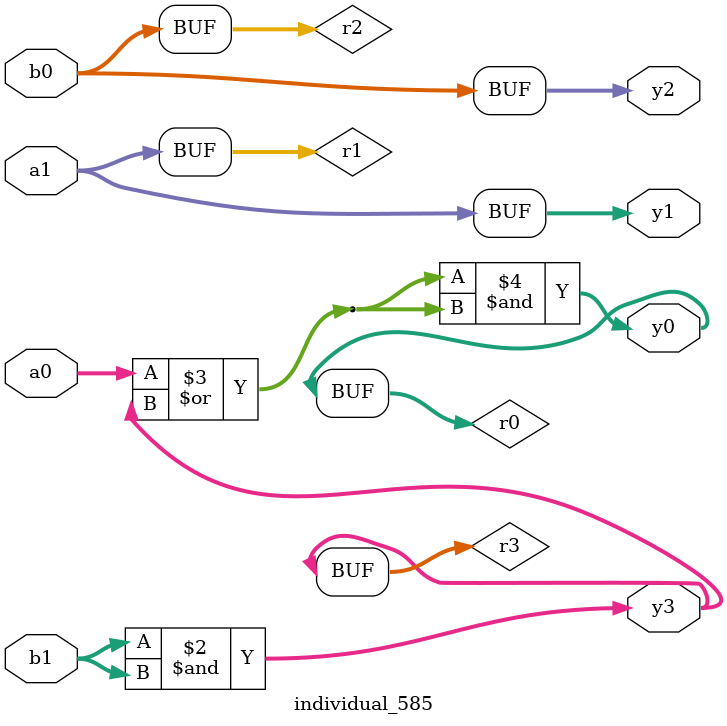
<source format=sv>
module individual_585(input logic [15:0] a1, input logic [15:0] a0, input logic [15:0] b1, input logic [15:0] b0, output logic [15:0] y3, output logic [15:0] y2, output logic [15:0] y1, output logic [15:0] y0);
logic [15:0] r0, r1, r2, r3; 
 always@(*) begin 
	 r0 = a0; r1 = a1; r2 = b0; r3 = b1; 
 	 r3  &=  r3 ;
 	 r0  |=  r3 ;
 	 r0  &=  r0 ;
 	 y3 = r3; y2 = r2; y1 = r1; y0 = r0; 
end
endmodule
</source>
